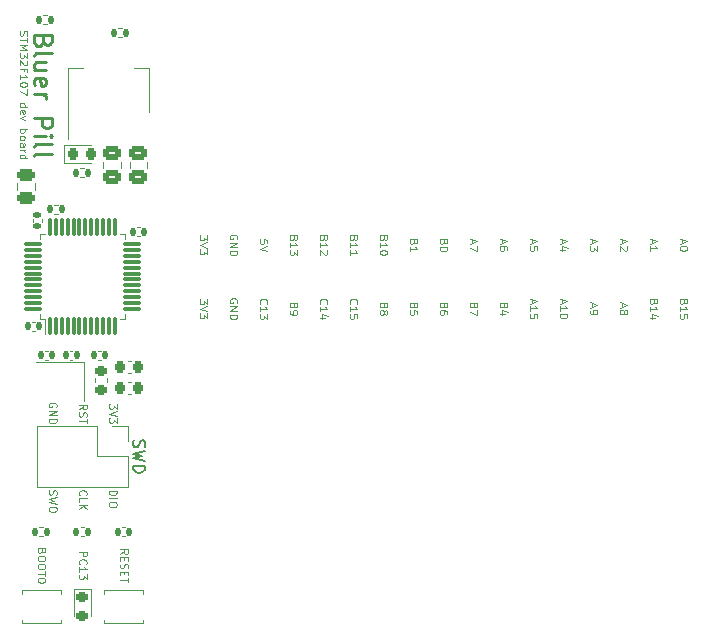
<source format=gto>
%TF.GenerationSoftware,KiCad,Pcbnew,(6.0.9-0)*%
%TF.CreationDate,2022-12-21T10:02:25+01:00*%
%TF.ProjectId,BluerPill,426c7565-7250-4696-9c6c-2e6b69636164,rev?*%
%TF.SameCoordinates,Original*%
%TF.FileFunction,Legend,Top*%
%TF.FilePolarity,Positive*%
%FSLAX46Y46*%
G04 Gerber Fmt 4.6, Leading zero omitted, Abs format (unit mm)*
G04 Created by KiCad (PCBNEW (6.0.9-0)) date 2022-12-21 10:02:25*
%MOMM*%
%LPD*%
G01*
G04 APERTURE LIST*
G04 Aperture macros list*
%AMRoundRect*
0 Rectangle with rounded corners*
0 $1 Rounding radius*
0 $2 $3 $4 $5 $6 $7 $8 $9 X,Y pos of 4 corners*
0 Add a 4 corners polygon primitive as box body*
4,1,4,$2,$3,$4,$5,$6,$7,$8,$9,$2,$3,0*
0 Add four circle primitives for the rounded corners*
1,1,$1+$1,$2,$3*
1,1,$1+$1,$4,$5*
1,1,$1+$1,$6,$7*
1,1,$1+$1,$8,$9*
0 Add four rect primitives between the rounded corners*
20,1,$1+$1,$2,$3,$4,$5,0*
20,1,$1+$1,$4,$5,$6,$7,0*
20,1,$1+$1,$6,$7,$8,$9,0*
20,1,$1+$1,$8,$9,$2,$3,0*%
G04 Aperture macros list end*
%ADD10C,0.100000*%
%ADD11C,0.150000*%
%ADD12C,0.225000*%
%ADD13C,0.120000*%
%ADD14RoundRect,0.225000X-0.225000X-0.250000X0.225000X-0.250000X0.225000X0.250000X-0.225000X0.250000X0*%
%ADD15R,0.900000X1.700000*%
%ADD16RoundRect,0.135000X-0.135000X-0.185000X0.135000X-0.185000X0.135000X0.185000X-0.135000X0.185000X0*%
%ADD17C,0.650000*%
%ADD18R,0.600000X1.450000*%
%ADD19R,0.300000X1.450000*%
%ADD20O,1.000000X1.600000*%
%ADD21O,1.000000X2.100000*%
%ADD22RoundRect,0.218750X-0.218750X-0.256250X0.218750X-0.256250X0.218750X0.256250X-0.218750X0.256250X0*%
%ADD23RoundRect,0.140000X-0.140000X-0.170000X0.140000X-0.170000X0.140000X0.170000X-0.140000X0.170000X0*%
%ADD24RoundRect,0.135000X0.135000X0.185000X-0.135000X0.185000X-0.135000X-0.185000X0.135000X-0.185000X0*%
%ADD25RoundRect,0.218750X-0.256250X0.218750X-0.256250X-0.218750X0.256250X-0.218750X0.256250X0.218750X0*%
%ADD26RoundRect,0.140000X0.140000X0.170000X-0.140000X0.170000X-0.140000X-0.170000X0.140000X-0.170000X0*%
%ADD27RoundRect,0.140000X-0.170000X0.140000X-0.170000X-0.140000X0.170000X-0.140000X0.170000X0.140000X0*%
%ADD28R,1.500000X2.000000*%
%ADD29R,3.800000X2.000000*%
%ADD30RoundRect,0.250000X0.475000X-0.250000X0.475000X0.250000X-0.475000X0.250000X-0.475000X-0.250000X0*%
%ADD31R,1.400000X1.200000*%
%ADD32R,1.700000X1.700000*%
%ADD33O,1.700000X1.700000*%
%ADD34RoundRect,0.075000X0.075000X-0.662500X0.075000X0.662500X-0.075000X0.662500X-0.075000X-0.662500X0*%
%ADD35RoundRect,0.075000X0.662500X-0.075000X0.662500X0.075000X-0.662500X0.075000X-0.662500X-0.075000X0*%
%ADD36RoundRect,0.250000X-0.475000X0.337500X-0.475000X-0.337500X0.475000X-0.337500X0.475000X0.337500X0*%
G04 APERTURE END LIST*
D10*
X103612142Y-129457857D02*
X103580714Y-129552142D01*
X103549285Y-129583571D01*
X103486428Y-129615000D01*
X103392142Y-129615000D01*
X103329285Y-129583571D01*
X103297857Y-129552142D01*
X103266428Y-129489285D01*
X103266428Y-129237857D01*
X103926428Y-129237857D01*
X103926428Y-129457857D01*
X103895000Y-129520714D01*
X103863571Y-129552142D01*
X103800714Y-129583571D01*
X103737857Y-129583571D01*
X103675000Y-129552142D01*
X103643571Y-129520714D01*
X103612142Y-129457857D01*
X103612142Y-129237857D01*
X103266428Y-129929285D02*
X103266428Y-130055000D01*
X103297857Y-130117857D01*
X103329285Y-130149285D01*
X103423571Y-130212142D01*
X103549285Y-130243571D01*
X103800714Y-130243571D01*
X103863571Y-130212142D01*
X103895000Y-130180714D01*
X103926428Y-130117857D01*
X103926428Y-129992142D01*
X103895000Y-129929285D01*
X103863571Y-129897857D01*
X103800714Y-129866428D01*
X103643571Y-129866428D01*
X103580714Y-129897857D01*
X103549285Y-129929285D01*
X103517857Y-129992142D01*
X103517857Y-130117857D01*
X103549285Y-130180714D01*
X103580714Y-130212142D01*
X103643571Y-130243571D01*
X106152142Y-123746071D02*
X106120714Y-123840357D01*
X106089285Y-123871785D01*
X106026428Y-123903214D01*
X105932142Y-123903214D01*
X105869285Y-123871785D01*
X105837857Y-123840357D01*
X105806428Y-123777500D01*
X105806428Y-123526071D01*
X106466428Y-123526071D01*
X106466428Y-123746071D01*
X106435000Y-123808928D01*
X106403571Y-123840357D01*
X106340714Y-123871785D01*
X106277857Y-123871785D01*
X106215000Y-123840357D01*
X106183571Y-123808928D01*
X106152142Y-123746071D01*
X106152142Y-123526071D01*
X105806428Y-124531785D02*
X105806428Y-124154642D01*
X105806428Y-124343214D02*
X106466428Y-124343214D01*
X106372142Y-124280357D01*
X106309285Y-124217500D01*
X106277857Y-124154642D01*
X106403571Y-124783214D02*
X106435000Y-124814642D01*
X106466428Y-124877500D01*
X106466428Y-125034642D01*
X106435000Y-125097500D01*
X106403571Y-125128928D01*
X106340714Y-125160357D01*
X106277857Y-125160357D01*
X106183571Y-125128928D01*
X105806428Y-124751785D01*
X105806428Y-125160357D01*
X118852142Y-129457857D02*
X118820714Y-129552142D01*
X118789285Y-129583571D01*
X118726428Y-129615000D01*
X118632142Y-129615000D01*
X118569285Y-129583571D01*
X118537857Y-129552142D01*
X118506428Y-129489285D01*
X118506428Y-129237857D01*
X119166428Y-129237857D01*
X119166428Y-129457857D01*
X119135000Y-129520714D01*
X119103571Y-129552142D01*
X119040714Y-129583571D01*
X118977857Y-129583571D01*
X118915000Y-129552142D01*
X118883571Y-129520714D01*
X118852142Y-129457857D01*
X118852142Y-129237857D01*
X119166428Y-129835000D02*
X119166428Y-130275000D01*
X118506428Y-129992142D01*
X134092142Y-129143571D02*
X134060714Y-129237857D01*
X134029285Y-129269285D01*
X133966428Y-129300714D01*
X133872142Y-129300714D01*
X133809285Y-129269285D01*
X133777857Y-129237857D01*
X133746428Y-129175000D01*
X133746428Y-128923571D01*
X134406428Y-128923571D01*
X134406428Y-129143571D01*
X134375000Y-129206428D01*
X134343571Y-129237857D01*
X134280714Y-129269285D01*
X134217857Y-129269285D01*
X134155000Y-129237857D01*
X134123571Y-129206428D01*
X134092142Y-129143571D01*
X134092142Y-128923571D01*
X133746428Y-129929285D02*
X133746428Y-129552142D01*
X133746428Y-129740714D02*
X134406428Y-129740714D01*
X134312142Y-129677857D01*
X134249285Y-129615000D01*
X134217857Y-129552142D01*
X134186428Y-130495000D02*
X133746428Y-130495000D01*
X134437857Y-130337857D02*
X133966428Y-130180714D01*
X133966428Y-130589285D01*
X118695000Y-123856071D02*
X118695000Y-124170357D01*
X118506428Y-123793214D02*
X119166428Y-124013214D01*
X118506428Y-124233214D01*
X119166428Y-124390357D02*
X119166428Y-124830357D01*
X118506428Y-124547500D01*
X87966428Y-145124285D02*
X88626428Y-145124285D01*
X88626428Y-145281428D01*
X88595000Y-145375714D01*
X88532142Y-145438571D01*
X88469285Y-145470000D01*
X88343571Y-145501428D01*
X88249285Y-145501428D01*
X88123571Y-145470000D01*
X88060714Y-145438571D01*
X87997857Y-145375714D01*
X87966428Y-145281428D01*
X87966428Y-145124285D01*
X87966428Y-145784285D02*
X88626428Y-145784285D01*
X88626428Y-146224285D02*
X88626428Y-146350000D01*
X88595000Y-146412857D01*
X88532142Y-146475714D01*
X88406428Y-146507142D01*
X88186428Y-146507142D01*
X88060714Y-146475714D01*
X87997857Y-146412857D01*
X87966428Y-146350000D01*
X87966428Y-146224285D01*
X87997857Y-146161428D01*
X88060714Y-146098571D01*
X88186428Y-146067142D01*
X88406428Y-146067142D01*
X88532142Y-146098571D01*
X88595000Y-146161428D01*
X88626428Y-146224285D01*
X98815000Y-129222142D02*
X98846428Y-129159285D01*
X98846428Y-129065000D01*
X98815000Y-128970714D01*
X98752142Y-128907857D01*
X98689285Y-128876428D01*
X98563571Y-128845000D01*
X98469285Y-128845000D01*
X98343571Y-128876428D01*
X98280714Y-128907857D01*
X98217857Y-128970714D01*
X98186428Y-129065000D01*
X98186428Y-129127857D01*
X98217857Y-129222142D01*
X98249285Y-129253571D01*
X98469285Y-129253571D01*
X98469285Y-129127857D01*
X98186428Y-129536428D02*
X98846428Y-129536428D01*
X98186428Y-129913571D01*
X98846428Y-129913571D01*
X98186428Y-130227857D02*
X98846428Y-130227857D01*
X98846428Y-130385000D01*
X98815000Y-130479285D01*
X98752142Y-130542142D01*
X98689285Y-130573571D01*
X98563571Y-130605000D01*
X98469285Y-130605000D01*
X98343571Y-130573571D01*
X98280714Y-130542142D01*
X98217857Y-130479285D01*
X98186428Y-130385000D01*
X98186428Y-130227857D01*
X85426428Y-138238571D02*
X85740714Y-138018571D01*
X85426428Y-137861428D02*
X86086428Y-137861428D01*
X86086428Y-138112857D01*
X86055000Y-138175714D01*
X86023571Y-138207142D01*
X85960714Y-138238571D01*
X85866428Y-138238571D01*
X85803571Y-138207142D01*
X85772142Y-138175714D01*
X85740714Y-138112857D01*
X85740714Y-137861428D01*
X85457857Y-138490000D02*
X85426428Y-138584285D01*
X85426428Y-138741428D01*
X85457857Y-138804285D01*
X85489285Y-138835714D01*
X85552142Y-138867142D01*
X85615000Y-138867142D01*
X85677857Y-138835714D01*
X85709285Y-138804285D01*
X85740714Y-138741428D01*
X85772142Y-138615714D01*
X85803571Y-138552857D01*
X85835000Y-138521428D01*
X85897857Y-138490000D01*
X85960714Y-138490000D01*
X86023571Y-138521428D01*
X86055000Y-138552857D01*
X86086428Y-138615714D01*
X86086428Y-138772857D01*
X86055000Y-138867142D01*
X86086428Y-139055714D02*
X86086428Y-139432857D01*
X85426428Y-139244285D02*
X86086428Y-139244285D01*
X96306428Y-128907857D02*
X96306428Y-129316428D01*
X96055000Y-129096428D01*
X96055000Y-129190714D01*
X96023571Y-129253571D01*
X95992142Y-129285000D01*
X95929285Y-129316428D01*
X95772142Y-129316428D01*
X95709285Y-129285000D01*
X95677857Y-129253571D01*
X95646428Y-129190714D01*
X95646428Y-129002142D01*
X95677857Y-128939285D01*
X95709285Y-128907857D01*
X96306428Y-129505000D02*
X95646428Y-129725000D01*
X96306428Y-129945000D01*
X96306428Y-130102142D02*
X96306428Y-130510714D01*
X96055000Y-130290714D01*
X96055000Y-130385000D01*
X96023571Y-130447857D01*
X95992142Y-130479285D01*
X95929285Y-130510714D01*
X95772142Y-130510714D01*
X95709285Y-130479285D01*
X95677857Y-130447857D01*
X95646428Y-130385000D01*
X95646428Y-130196428D01*
X95677857Y-130133571D01*
X95709285Y-130102142D01*
X113772142Y-124060357D02*
X113740714Y-124154642D01*
X113709285Y-124186071D01*
X113646428Y-124217500D01*
X113552142Y-124217500D01*
X113489285Y-124186071D01*
X113457857Y-124154642D01*
X113426428Y-124091785D01*
X113426428Y-123840357D01*
X114086428Y-123840357D01*
X114086428Y-124060357D01*
X114055000Y-124123214D01*
X114023571Y-124154642D01*
X113960714Y-124186071D01*
X113897857Y-124186071D01*
X113835000Y-124154642D01*
X113803571Y-124123214D01*
X113772142Y-124060357D01*
X113772142Y-123840357D01*
X113426428Y-124846071D02*
X113426428Y-124468928D01*
X113426428Y-124657500D02*
X114086428Y-124657500D01*
X113992142Y-124594642D01*
X113929285Y-124531785D01*
X113897857Y-124468928D01*
X131395000Y-123856071D02*
X131395000Y-124170357D01*
X131206428Y-123793214D02*
X131866428Y-124013214D01*
X131206428Y-124233214D01*
X131803571Y-124421785D02*
X131835000Y-124453214D01*
X131866428Y-124516071D01*
X131866428Y-124673214D01*
X131835000Y-124736071D01*
X131803571Y-124767500D01*
X131740714Y-124798928D01*
X131677857Y-124798928D01*
X131583571Y-124767500D01*
X131206428Y-124390357D01*
X131206428Y-124798928D01*
X116312142Y-129457857D02*
X116280714Y-129552142D01*
X116249285Y-129583571D01*
X116186428Y-129615000D01*
X116092142Y-129615000D01*
X116029285Y-129583571D01*
X115997857Y-129552142D01*
X115966428Y-129489285D01*
X115966428Y-129237857D01*
X116626428Y-129237857D01*
X116626428Y-129457857D01*
X116595000Y-129520714D01*
X116563571Y-129552142D01*
X116500714Y-129583571D01*
X116437857Y-129583571D01*
X116375000Y-129552142D01*
X116343571Y-129520714D01*
X116312142Y-129457857D01*
X116312142Y-129237857D01*
X116626428Y-130180714D02*
X116626428Y-130055000D01*
X116595000Y-129992142D01*
X116563571Y-129960714D01*
X116469285Y-129897857D01*
X116343571Y-129866428D01*
X116092142Y-129866428D01*
X116029285Y-129897857D01*
X115997857Y-129929285D01*
X115966428Y-129992142D01*
X115966428Y-130117857D01*
X115997857Y-130180714D01*
X116029285Y-130212142D01*
X116092142Y-130243571D01*
X116249285Y-130243571D01*
X116312142Y-130212142D01*
X116343571Y-130180714D01*
X116375000Y-130117857D01*
X116375000Y-129992142D01*
X116343571Y-129929285D01*
X116312142Y-129897857D01*
X116249285Y-129866428D01*
D11*
X90082738Y-140882857D02*
X90035119Y-141025714D01*
X90035119Y-141263809D01*
X90082738Y-141359047D01*
X90130357Y-141406666D01*
X90225595Y-141454285D01*
X90320833Y-141454285D01*
X90416071Y-141406666D01*
X90463690Y-141359047D01*
X90511309Y-141263809D01*
X90558928Y-141073333D01*
X90606547Y-140978095D01*
X90654166Y-140930476D01*
X90749404Y-140882857D01*
X90844642Y-140882857D01*
X90939880Y-140930476D01*
X90987500Y-140978095D01*
X91035119Y-141073333D01*
X91035119Y-141311428D01*
X90987500Y-141454285D01*
X91035119Y-141787619D02*
X90035119Y-142025714D01*
X90749404Y-142216190D01*
X90035119Y-142406666D01*
X91035119Y-142644761D01*
X90035119Y-143025714D02*
X91035119Y-143025714D01*
X91035119Y-143263809D01*
X90987500Y-143406666D01*
X90892261Y-143501904D01*
X90797023Y-143549523D01*
X90606547Y-143597142D01*
X90463690Y-143597142D01*
X90273214Y-143549523D01*
X90177976Y-143501904D01*
X90082738Y-143406666D01*
X90035119Y-143263809D01*
X90035119Y-143025714D01*
D10*
X126315000Y-123856071D02*
X126315000Y-124170357D01*
X126126428Y-123793214D02*
X126786428Y-124013214D01*
X126126428Y-124233214D01*
X126566428Y-124736071D02*
X126126428Y-124736071D01*
X126817857Y-124578928D02*
X126346428Y-124421785D01*
X126346428Y-124830357D01*
X82279642Y-150237500D02*
X82248214Y-150331785D01*
X82216785Y-150363214D01*
X82153928Y-150394642D01*
X82059642Y-150394642D01*
X81996785Y-150363214D01*
X81965357Y-150331785D01*
X81933928Y-150268928D01*
X81933928Y-150017500D01*
X82593928Y-150017500D01*
X82593928Y-150237500D01*
X82562500Y-150300357D01*
X82531071Y-150331785D01*
X82468214Y-150363214D01*
X82405357Y-150363214D01*
X82342500Y-150331785D01*
X82311071Y-150300357D01*
X82279642Y-150237500D01*
X82279642Y-150017500D01*
X82593928Y-150803214D02*
X82593928Y-150928928D01*
X82562500Y-150991785D01*
X82499642Y-151054642D01*
X82373928Y-151086071D01*
X82153928Y-151086071D01*
X82028214Y-151054642D01*
X81965357Y-150991785D01*
X81933928Y-150928928D01*
X81933928Y-150803214D01*
X81965357Y-150740357D01*
X82028214Y-150677500D01*
X82153928Y-150646071D01*
X82373928Y-150646071D01*
X82499642Y-150677500D01*
X82562500Y-150740357D01*
X82593928Y-150803214D01*
X82593928Y-151494642D02*
X82593928Y-151620357D01*
X82562500Y-151683214D01*
X82499642Y-151746071D01*
X82373928Y-151777500D01*
X82153928Y-151777500D01*
X82028214Y-151746071D01*
X81965357Y-151683214D01*
X81933928Y-151620357D01*
X81933928Y-151494642D01*
X81965357Y-151431785D01*
X82028214Y-151368928D01*
X82153928Y-151337500D01*
X82373928Y-151337500D01*
X82499642Y-151368928D01*
X82562500Y-151431785D01*
X82593928Y-151494642D01*
X82593928Y-151966071D02*
X82593928Y-152343214D01*
X81933928Y-152154642D02*
X82593928Y-152154642D01*
X82593928Y-152688928D02*
X82593928Y-152751785D01*
X82562500Y-152814642D01*
X82531071Y-152846071D01*
X82468214Y-152877500D01*
X82342500Y-152908928D01*
X82185357Y-152908928D01*
X82059642Y-152877500D01*
X81996785Y-152846071D01*
X81965357Y-152814642D01*
X81933928Y-152751785D01*
X81933928Y-152688928D01*
X81965357Y-152626071D01*
X81996785Y-152594642D01*
X82059642Y-152563214D01*
X82185357Y-152531785D01*
X82342500Y-152531785D01*
X82468214Y-152563214D01*
X82531071Y-152594642D01*
X82562500Y-152626071D01*
X82593928Y-152688928D01*
X121235000Y-123856071D02*
X121235000Y-124170357D01*
X121046428Y-123793214D02*
X121706428Y-124013214D01*
X121046428Y-124233214D01*
X121706428Y-124736071D02*
X121706428Y-124610357D01*
X121675000Y-124547500D01*
X121643571Y-124516071D01*
X121549285Y-124453214D01*
X121423571Y-124421785D01*
X121172142Y-124421785D01*
X121109285Y-124453214D01*
X121077857Y-124484642D01*
X121046428Y-124547500D01*
X121046428Y-124673214D01*
X121077857Y-124736071D01*
X121109285Y-124767500D01*
X121172142Y-124798928D01*
X121329285Y-124798928D01*
X121392142Y-124767500D01*
X121423571Y-124736071D01*
X121455000Y-124673214D01*
X121455000Y-124547500D01*
X121423571Y-124484642D01*
X121392142Y-124453214D01*
X121329285Y-124421785D01*
X116312142Y-124060357D02*
X116280714Y-124154642D01*
X116249285Y-124186071D01*
X116186428Y-124217500D01*
X116092142Y-124217500D01*
X116029285Y-124186071D01*
X115997857Y-124154642D01*
X115966428Y-124091785D01*
X115966428Y-123840357D01*
X116626428Y-123840357D01*
X116626428Y-124060357D01*
X116595000Y-124123214D01*
X116563571Y-124154642D01*
X116500714Y-124186071D01*
X116437857Y-124186071D01*
X116375000Y-124154642D01*
X116343571Y-124123214D01*
X116312142Y-124060357D01*
X116312142Y-123840357D01*
X116626428Y-124626071D02*
X116626428Y-124688928D01*
X116595000Y-124751785D01*
X116563571Y-124783214D01*
X116500714Y-124814642D01*
X116375000Y-124846071D01*
X116217857Y-124846071D01*
X116092142Y-124814642D01*
X116029285Y-124783214D01*
X115997857Y-124751785D01*
X115966428Y-124688928D01*
X115966428Y-124626071D01*
X115997857Y-124563214D01*
X116029285Y-124531785D01*
X116092142Y-124500357D01*
X116217857Y-124468928D01*
X116375000Y-124468928D01*
X116500714Y-124500357D01*
X116563571Y-124531785D01*
X116595000Y-124563214D01*
X116626428Y-124626071D01*
X136632142Y-129143571D02*
X136600714Y-129237857D01*
X136569285Y-129269285D01*
X136506428Y-129300714D01*
X136412142Y-129300714D01*
X136349285Y-129269285D01*
X136317857Y-129237857D01*
X136286428Y-129175000D01*
X136286428Y-128923571D01*
X136946428Y-128923571D01*
X136946428Y-129143571D01*
X136915000Y-129206428D01*
X136883571Y-129237857D01*
X136820714Y-129269285D01*
X136757857Y-129269285D01*
X136695000Y-129237857D01*
X136663571Y-129206428D01*
X136632142Y-129143571D01*
X136632142Y-128923571D01*
X136286428Y-129929285D02*
X136286428Y-129552142D01*
X136286428Y-129740714D02*
X136946428Y-129740714D01*
X136852142Y-129677857D01*
X136789285Y-129615000D01*
X136757857Y-129552142D01*
X136946428Y-130526428D02*
X136946428Y-130212142D01*
X136632142Y-130180714D01*
X136663571Y-130212142D01*
X136695000Y-130275000D01*
X136695000Y-130432142D01*
X136663571Y-130495000D01*
X136632142Y-130526428D01*
X136569285Y-130557857D01*
X136412142Y-130557857D01*
X136349285Y-130526428D01*
X136317857Y-130495000D01*
X136286428Y-130432142D01*
X136286428Y-130275000D01*
X136317857Y-130212142D01*
X136349285Y-130180714D01*
X82917857Y-145088571D02*
X82886428Y-145182857D01*
X82886428Y-145340000D01*
X82917857Y-145402857D01*
X82949285Y-145434285D01*
X83012142Y-145465714D01*
X83075000Y-145465714D01*
X83137857Y-145434285D01*
X83169285Y-145402857D01*
X83200714Y-145340000D01*
X83232142Y-145214285D01*
X83263571Y-145151428D01*
X83295000Y-145120000D01*
X83357857Y-145088571D01*
X83420714Y-145088571D01*
X83483571Y-145120000D01*
X83515000Y-145151428D01*
X83546428Y-145214285D01*
X83546428Y-145371428D01*
X83515000Y-145465714D01*
X83546428Y-145685714D02*
X82886428Y-145842857D01*
X83357857Y-145968571D01*
X82886428Y-146094285D01*
X83546428Y-146251428D01*
X83546428Y-146628571D02*
X83546428Y-146754285D01*
X83515000Y-146817142D01*
X83452142Y-146880000D01*
X83326428Y-146911428D01*
X83106428Y-146911428D01*
X82980714Y-146880000D01*
X82917857Y-146817142D01*
X82886428Y-146754285D01*
X82886428Y-146628571D01*
X82917857Y-146565714D01*
X82980714Y-146502857D01*
X83106428Y-146471428D01*
X83326428Y-146471428D01*
X83452142Y-146502857D01*
X83515000Y-146565714D01*
X83546428Y-146628571D01*
X126315000Y-128939285D02*
X126315000Y-129253571D01*
X126126428Y-128876428D02*
X126786428Y-129096428D01*
X126126428Y-129316428D01*
X126126428Y-129882142D02*
X126126428Y-129505000D01*
X126126428Y-129693571D02*
X126786428Y-129693571D01*
X126692142Y-129630714D01*
X126629285Y-129567857D01*
X126597857Y-129505000D01*
X126786428Y-130290714D02*
X126786428Y-130353571D01*
X126755000Y-130416428D01*
X126723571Y-130447857D01*
X126660714Y-130479285D01*
X126535000Y-130510714D01*
X126377857Y-130510714D01*
X126252142Y-130479285D01*
X126189285Y-130447857D01*
X126157857Y-130416428D01*
X126126428Y-130353571D01*
X126126428Y-130290714D01*
X126157857Y-130227857D01*
X126189285Y-130196428D01*
X126252142Y-130165000D01*
X126377857Y-130133571D01*
X126535000Y-130133571D01*
X126660714Y-130165000D01*
X126723571Y-130196428D01*
X126755000Y-130227857D01*
X126786428Y-130290714D01*
X113772142Y-129457857D02*
X113740714Y-129552142D01*
X113709285Y-129583571D01*
X113646428Y-129615000D01*
X113552142Y-129615000D01*
X113489285Y-129583571D01*
X113457857Y-129552142D01*
X113426428Y-129489285D01*
X113426428Y-129237857D01*
X114086428Y-129237857D01*
X114086428Y-129457857D01*
X114055000Y-129520714D01*
X114023571Y-129552142D01*
X113960714Y-129583571D01*
X113897857Y-129583571D01*
X113835000Y-129552142D01*
X113803571Y-129520714D01*
X113772142Y-129457857D01*
X113772142Y-129237857D01*
X114086428Y-130212142D02*
X114086428Y-129897857D01*
X113772142Y-129866428D01*
X113803571Y-129897857D01*
X113835000Y-129960714D01*
X113835000Y-130117857D01*
X113803571Y-130180714D01*
X113772142Y-130212142D01*
X113709285Y-130243571D01*
X113552142Y-130243571D01*
X113489285Y-130212142D01*
X113457857Y-130180714D01*
X113426428Y-130117857D01*
X113426428Y-129960714D01*
X113457857Y-129897857D01*
X113489285Y-129866428D01*
X101386428Y-124201785D02*
X101386428Y-123887500D01*
X101072142Y-123856071D01*
X101103571Y-123887500D01*
X101135000Y-123950357D01*
X101135000Y-124107500D01*
X101103571Y-124170357D01*
X101072142Y-124201785D01*
X101009285Y-124233214D01*
X100852142Y-124233214D01*
X100789285Y-124201785D01*
X100757857Y-124170357D01*
X100726428Y-124107500D01*
X100726428Y-123950357D01*
X100757857Y-123887500D01*
X100789285Y-123856071D01*
X101386428Y-124421785D02*
X100726428Y-124641785D01*
X101386428Y-124861785D01*
X98815000Y-123824642D02*
X98846428Y-123761785D01*
X98846428Y-123667500D01*
X98815000Y-123573214D01*
X98752142Y-123510357D01*
X98689285Y-123478928D01*
X98563571Y-123447500D01*
X98469285Y-123447500D01*
X98343571Y-123478928D01*
X98280714Y-123510357D01*
X98217857Y-123573214D01*
X98186428Y-123667500D01*
X98186428Y-123730357D01*
X98217857Y-123824642D01*
X98249285Y-123856071D01*
X98469285Y-123856071D01*
X98469285Y-123730357D01*
X98186428Y-124138928D02*
X98846428Y-124138928D01*
X98186428Y-124516071D01*
X98846428Y-124516071D01*
X98186428Y-124830357D02*
X98846428Y-124830357D01*
X98846428Y-124987500D01*
X98815000Y-125081785D01*
X98752142Y-125144642D01*
X98689285Y-125176071D01*
X98563571Y-125207500D01*
X98469285Y-125207500D01*
X98343571Y-125176071D01*
X98280714Y-125144642D01*
X98217857Y-125081785D01*
X98186428Y-124987500D01*
X98186428Y-124830357D01*
X88918928Y-150488928D02*
X89233214Y-150268928D01*
X88918928Y-150111785D02*
X89578928Y-150111785D01*
X89578928Y-150363214D01*
X89547500Y-150426071D01*
X89516071Y-150457500D01*
X89453214Y-150488928D01*
X89358928Y-150488928D01*
X89296071Y-150457500D01*
X89264642Y-150426071D01*
X89233214Y-150363214D01*
X89233214Y-150111785D01*
X89264642Y-150771785D02*
X89264642Y-150991785D01*
X88918928Y-151086071D02*
X88918928Y-150771785D01*
X89578928Y-150771785D01*
X89578928Y-151086071D01*
X88950357Y-151337500D02*
X88918928Y-151431785D01*
X88918928Y-151588928D01*
X88950357Y-151651785D01*
X88981785Y-151683214D01*
X89044642Y-151714642D01*
X89107500Y-151714642D01*
X89170357Y-151683214D01*
X89201785Y-151651785D01*
X89233214Y-151588928D01*
X89264642Y-151463214D01*
X89296071Y-151400357D01*
X89327500Y-151368928D01*
X89390357Y-151337500D01*
X89453214Y-151337500D01*
X89516071Y-151368928D01*
X89547500Y-151400357D01*
X89578928Y-151463214D01*
X89578928Y-151620357D01*
X89547500Y-151714642D01*
X89264642Y-151997500D02*
X89264642Y-152217500D01*
X88918928Y-152311785D02*
X88918928Y-151997500D01*
X89578928Y-151997500D01*
X89578928Y-152311785D01*
X89578928Y-152500357D02*
X89578928Y-152877500D01*
X88918928Y-152688928D02*
X89578928Y-152688928D01*
X111232142Y-129457857D02*
X111200714Y-129552142D01*
X111169285Y-129583571D01*
X111106428Y-129615000D01*
X111012142Y-129615000D01*
X110949285Y-129583571D01*
X110917857Y-129552142D01*
X110886428Y-129489285D01*
X110886428Y-129237857D01*
X111546428Y-129237857D01*
X111546428Y-129457857D01*
X111515000Y-129520714D01*
X111483571Y-129552142D01*
X111420714Y-129583571D01*
X111357857Y-129583571D01*
X111295000Y-129552142D01*
X111263571Y-129520714D01*
X111232142Y-129457857D01*
X111232142Y-129237857D01*
X111263571Y-129992142D02*
X111295000Y-129929285D01*
X111326428Y-129897857D01*
X111389285Y-129866428D01*
X111420714Y-129866428D01*
X111483571Y-129897857D01*
X111515000Y-129929285D01*
X111546428Y-129992142D01*
X111546428Y-130117857D01*
X111515000Y-130180714D01*
X111483571Y-130212142D01*
X111420714Y-130243571D01*
X111389285Y-130243571D01*
X111326428Y-130212142D01*
X111295000Y-130180714D01*
X111263571Y-130117857D01*
X111263571Y-129992142D01*
X111232142Y-129929285D01*
X111200714Y-129897857D01*
X111137857Y-129866428D01*
X111012142Y-129866428D01*
X110949285Y-129897857D01*
X110917857Y-129929285D01*
X110886428Y-129992142D01*
X110886428Y-130117857D01*
X110917857Y-130180714D01*
X110949285Y-130212142D01*
X111012142Y-130243571D01*
X111137857Y-130243571D01*
X111200714Y-130212142D01*
X111232142Y-130180714D01*
X111263571Y-130117857D01*
D12*
X82399642Y-107091785D02*
X82328214Y-107306071D01*
X82256785Y-107377500D01*
X82113928Y-107448928D01*
X81899642Y-107448928D01*
X81756785Y-107377500D01*
X81685357Y-107306071D01*
X81613928Y-107163214D01*
X81613928Y-106591785D01*
X83113928Y-106591785D01*
X83113928Y-107091785D01*
X83042500Y-107234642D01*
X82971071Y-107306071D01*
X82828214Y-107377500D01*
X82685357Y-107377500D01*
X82542500Y-107306071D01*
X82471071Y-107234642D01*
X82399642Y-107091785D01*
X82399642Y-106591785D01*
X81613928Y-108306071D02*
X81685357Y-108163214D01*
X81828214Y-108091785D01*
X83113928Y-108091785D01*
X82613928Y-109520357D02*
X81613928Y-109520357D01*
X82613928Y-108877500D02*
X81828214Y-108877500D01*
X81685357Y-108948928D01*
X81613928Y-109091785D01*
X81613928Y-109306071D01*
X81685357Y-109448928D01*
X81756785Y-109520357D01*
X81685357Y-110806071D02*
X81613928Y-110663214D01*
X81613928Y-110377500D01*
X81685357Y-110234642D01*
X81828214Y-110163214D01*
X82399642Y-110163214D01*
X82542500Y-110234642D01*
X82613928Y-110377500D01*
X82613928Y-110663214D01*
X82542500Y-110806071D01*
X82399642Y-110877500D01*
X82256785Y-110877500D01*
X82113928Y-110163214D01*
X81613928Y-111520357D02*
X82613928Y-111520357D01*
X82328214Y-111520357D02*
X82471071Y-111591785D01*
X82542500Y-111663214D01*
X82613928Y-111806071D01*
X82613928Y-111948928D01*
X81613928Y-113591785D02*
X83113928Y-113591785D01*
X83113928Y-114163214D01*
X83042500Y-114306071D01*
X82971071Y-114377500D01*
X82828214Y-114448928D01*
X82613928Y-114448928D01*
X82471071Y-114377500D01*
X82399642Y-114306071D01*
X82328214Y-114163214D01*
X82328214Y-113591785D01*
X81613928Y-115091785D02*
X82613928Y-115091785D01*
X83113928Y-115091785D02*
X83042500Y-115020357D01*
X82971071Y-115091785D01*
X83042500Y-115163214D01*
X83113928Y-115091785D01*
X82971071Y-115091785D01*
X81613928Y-116020357D02*
X81685357Y-115877500D01*
X81828214Y-115806071D01*
X83113928Y-115806071D01*
X81613928Y-116806071D02*
X81685357Y-116663214D01*
X81828214Y-116591785D01*
X83113928Y-116591785D01*
D10*
X131395000Y-129253571D02*
X131395000Y-129567857D01*
X131206428Y-129190714D02*
X131866428Y-129410714D01*
X131206428Y-129630714D01*
X131583571Y-129945000D02*
X131615000Y-129882142D01*
X131646428Y-129850714D01*
X131709285Y-129819285D01*
X131740714Y-129819285D01*
X131803571Y-129850714D01*
X131835000Y-129882142D01*
X131866428Y-129945000D01*
X131866428Y-130070714D01*
X131835000Y-130133571D01*
X131803571Y-130165000D01*
X131740714Y-130196428D01*
X131709285Y-130196428D01*
X131646428Y-130165000D01*
X131615000Y-130133571D01*
X131583571Y-130070714D01*
X131583571Y-129945000D01*
X131552142Y-129882142D01*
X131520714Y-129850714D01*
X131457857Y-129819285D01*
X131332142Y-129819285D01*
X131269285Y-129850714D01*
X131237857Y-129882142D01*
X131206428Y-129945000D01*
X131206428Y-130070714D01*
X131237857Y-130133571D01*
X131269285Y-130165000D01*
X131332142Y-130196428D01*
X131457857Y-130196428D01*
X131520714Y-130165000D01*
X131552142Y-130133571D01*
X131583571Y-130070714D01*
X111232142Y-123746071D02*
X111200714Y-123840357D01*
X111169285Y-123871785D01*
X111106428Y-123903214D01*
X111012142Y-123903214D01*
X110949285Y-123871785D01*
X110917857Y-123840357D01*
X110886428Y-123777500D01*
X110886428Y-123526071D01*
X111546428Y-123526071D01*
X111546428Y-123746071D01*
X111515000Y-123808928D01*
X111483571Y-123840357D01*
X111420714Y-123871785D01*
X111357857Y-123871785D01*
X111295000Y-123840357D01*
X111263571Y-123808928D01*
X111232142Y-123746071D01*
X111232142Y-123526071D01*
X110886428Y-124531785D02*
X110886428Y-124154642D01*
X110886428Y-124343214D02*
X111546428Y-124343214D01*
X111452142Y-124280357D01*
X111389285Y-124217500D01*
X111357857Y-124154642D01*
X111546428Y-124940357D02*
X111546428Y-125003214D01*
X111515000Y-125066071D01*
X111483571Y-125097500D01*
X111420714Y-125128928D01*
X111295000Y-125160357D01*
X111137857Y-125160357D01*
X111012142Y-125128928D01*
X110949285Y-125097500D01*
X110917857Y-125066071D01*
X110886428Y-125003214D01*
X110886428Y-124940357D01*
X110917857Y-124877500D01*
X110949285Y-124846071D01*
X111012142Y-124814642D01*
X111137857Y-124783214D01*
X111295000Y-124783214D01*
X111420714Y-124814642D01*
X111483571Y-124846071D01*
X111515000Y-124877500D01*
X111546428Y-124940357D01*
X105869285Y-129300714D02*
X105837857Y-129269285D01*
X105806428Y-129175000D01*
X105806428Y-129112142D01*
X105837857Y-129017857D01*
X105900714Y-128955000D01*
X105963571Y-128923571D01*
X106089285Y-128892142D01*
X106183571Y-128892142D01*
X106309285Y-128923571D01*
X106372142Y-128955000D01*
X106435000Y-129017857D01*
X106466428Y-129112142D01*
X106466428Y-129175000D01*
X106435000Y-129269285D01*
X106403571Y-129300714D01*
X105806428Y-129929285D02*
X105806428Y-129552142D01*
X105806428Y-129740714D02*
X106466428Y-129740714D01*
X106372142Y-129677857D01*
X106309285Y-129615000D01*
X106277857Y-129552142D01*
X106246428Y-130495000D02*
X105806428Y-130495000D01*
X106497857Y-130337857D02*
X106026428Y-130180714D01*
X106026428Y-130589285D01*
X128855000Y-129253571D02*
X128855000Y-129567857D01*
X128666428Y-129190714D02*
X129326428Y-129410714D01*
X128666428Y-129630714D01*
X128666428Y-129882142D02*
X128666428Y-130007857D01*
X128697857Y-130070714D01*
X128729285Y-130102142D01*
X128823571Y-130165000D01*
X128949285Y-130196428D01*
X129200714Y-130196428D01*
X129263571Y-130165000D01*
X129295000Y-130133571D01*
X129326428Y-130070714D01*
X129326428Y-129945000D01*
X129295000Y-129882142D01*
X129263571Y-129850714D01*
X129200714Y-129819285D01*
X129043571Y-129819285D01*
X128980714Y-129850714D01*
X128949285Y-129882142D01*
X128917857Y-129945000D01*
X128917857Y-130070714D01*
X128949285Y-130133571D01*
X128980714Y-130165000D01*
X129043571Y-130196428D01*
X100789285Y-129300714D02*
X100757857Y-129269285D01*
X100726428Y-129175000D01*
X100726428Y-129112142D01*
X100757857Y-129017857D01*
X100820714Y-128955000D01*
X100883571Y-128923571D01*
X101009285Y-128892142D01*
X101103571Y-128892142D01*
X101229285Y-128923571D01*
X101292142Y-128955000D01*
X101355000Y-129017857D01*
X101386428Y-129112142D01*
X101386428Y-129175000D01*
X101355000Y-129269285D01*
X101323571Y-129300714D01*
X100726428Y-129929285D02*
X100726428Y-129552142D01*
X100726428Y-129740714D02*
X101386428Y-129740714D01*
X101292142Y-129677857D01*
X101229285Y-129615000D01*
X101197857Y-129552142D01*
X101386428Y-130149285D02*
X101386428Y-130557857D01*
X101135000Y-130337857D01*
X101135000Y-130432142D01*
X101103571Y-130495000D01*
X101072142Y-130526428D01*
X101009285Y-130557857D01*
X100852142Y-130557857D01*
X100789285Y-130526428D01*
X100757857Y-130495000D01*
X100726428Y-130432142D01*
X100726428Y-130243571D01*
X100757857Y-130180714D01*
X100789285Y-130149285D01*
X88626428Y-137782857D02*
X88626428Y-138191428D01*
X88375000Y-137971428D01*
X88375000Y-138065714D01*
X88343571Y-138128571D01*
X88312142Y-138160000D01*
X88249285Y-138191428D01*
X88092142Y-138191428D01*
X88029285Y-138160000D01*
X87997857Y-138128571D01*
X87966428Y-138065714D01*
X87966428Y-137877142D01*
X87997857Y-137814285D01*
X88029285Y-137782857D01*
X88626428Y-138380000D02*
X87966428Y-138600000D01*
X88626428Y-138820000D01*
X88626428Y-138977142D02*
X88626428Y-139385714D01*
X88375000Y-139165714D01*
X88375000Y-139260000D01*
X88343571Y-139322857D01*
X88312142Y-139354285D01*
X88249285Y-139385714D01*
X88092142Y-139385714D01*
X88029285Y-139354285D01*
X87997857Y-139322857D01*
X87966428Y-139260000D01*
X87966428Y-139071428D01*
X87997857Y-139008571D01*
X88029285Y-138977142D01*
X85426428Y-150316071D02*
X86086428Y-150316071D01*
X86086428Y-150567500D01*
X86055000Y-150630357D01*
X86023571Y-150661785D01*
X85960714Y-150693214D01*
X85866428Y-150693214D01*
X85803571Y-150661785D01*
X85772142Y-150630357D01*
X85740714Y-150567500D01*
X85740714Y-150316071D01*
X85489285Y-151353214D02*
X85457857Y-151321785D01*
X85426428Y-151227500D01*
X85426428Y-151164642D01*
X85457857Y-151070357D01*
X85520714Y-151007500D01*
X85583571Y-150976071D01*
X85709285Y-150944642D01*
X85803571Y-150944642D01*
X85929285Y-150976071D01*
X85992142Y-151007500D01*
X86055000Y-151070357D01*
X86086428Y-151164642D01*
X86086428Y-151227500D01*
X86055000Y-151321785D01*
X86023571Y-151353214D01*
X85426428Y-151981785D02*
X85426428Y-151604642D01*
X85426428Y-151793214D02*
X86086428Y-151793214D01*
X85992142Y-151730357D01*
X85929285Y-151667500D01*
X85897857Y-151604642D01*
X86086428Y-152201785D02*
X86086428Y-152610357D01*
X85835000Y-152390357D01*
X85835000Y-152484642D01*
X85803571Y-152547500D01*
X85772142Y-152578928D01*
X85709285Y-152610357D01*
X85552142Y-152610357D01*
X85489285Y-152578928D01*
X85457857Y-152547500D01*
X85426428Y-152484642D01*
X85426428Y-152296071D01*
X85457857Y-152233214D01*
X85489285Y-152201785D01*
X123775000Y-128939285D02*
X123775000Y-129253571D01*
X123586428Y-128876428D02*
X124246428Y-129096428D01*
X123586428Y-129316428D01*
X123586428Y-129882142D02*
X123586428Y-129505000D01*
X123586428Y-129693571D02*
X124246428Y-129693571D01*
X124152142Y-129630714D01*
X124089285Y-129567857D01*
X124057857Y-129505000D01*
X124246428Y-130479285D02*
X124246428Y-130165000D01*
X123932142Y-130133571D01*
X123963571Y-130165000D01*
X123995000Y-130227857D01*
X123995000Y-130385000D01*
X123963571Y-130447857D01*
X123932142Y-130479285D01*
X123869285Y-130510714D01*
X123712142Y-130510714D01*
X123649285Y-130479285D01*
X123617857Y-130447857D01*
X123586428Y-130385000D01*
X123586428Y-130227857D01*
X123617857Y-130165000D01*
X123649285Y-130133571D01*
X133935000Y-123856071D02*
X133935000Y-124170357D01*
X133746428Y-123793214D02*
X134406428Y-124013214D01*
X133746428Y-124233214D01*
X133746428Y-124798928D02*
X133746428Y-124421785D01*
X133746428Y-124610357D02*
X134406428Y-124610357D01*
X134312142Y-124547500D01*
X134249285Y-124484642D01*
X134217857Y-124421785D01*
X103612142Y-123746071D02*
X103580714Y-123840357D01*
X103549285Y-123871785D01*
X103486428Y-123903214D01*
X103392142Y-123903214D01*
X103329285Y-123871785D01*
X103297857Y-123840357D01*
X103266428Y-123777500D01*
X103266428Y-123526071D01*
X103926428Y-123526071D01*
X103926428Y-123746071D01*
X103895000Y-123808928D01*
X103863571Y-123840357D01*
X103800714Y-123871785D01*
X103737857Y-123871785D01*
X103675000Y-123840357D01*
X103643571Y-123808928D01*
X103612142Y-123746071D01*
X103612142Y-123526071D01*
X103266428Y-124531785D02*
X103266428Y-124154642D01*
X103266428Y-124343214D02*
X103926428Y-124343214D01*
X103832142Y-124280357D01*
X103769285Y-124217500D01*
X103737857Y-124154642D01*
X103926428Y-124751785D02*
X103926428Y-125160357D01*
X103675000Y-124940357D01*
X103675000Y-125034642D01*
X103643571Y-125097500D01*
X103612142Y-125128928D01*
X103549285Y-125160357D01*
X103392142Y-125160357D01*
X103329285Y-125128928D01*
X103297857Y-125097500D01*
X103266428Y-125034642D01*
X103266428Y-124846071D01*
X103297857Y-124783214D01*
X103329285Y-124751785D01*
X108409285Y-129300714D02*
X108377857Y-129269285D01*
X108346428Y-129175000D01*
X108346428Y-129112142D01*
X108377857Y-129017857D01*
X108440714Y-128955000D01*
X108503571Y-128923571D01*
X108629285Y-128892142D01*
X108723571Y-128892142D01*
X108849285Y-128923571D01*
X108912142Y-128955000D01*
X108975000Y-129017857D01*
X109006428Y-129112142D01*
X109006428Y-129175000D01*
X108975000Y-129269285D01*
X108943571Y-129300714D01*
X108346428Y-129929285D02*
X108346428Y-129552142D01*
X108346428Y-129740714D02*
X109006428Y-129740714D01*
X108912142Y-129677857D01*
X108849285Y-129615000D01*
X108817857Y-129552142D01*
X109006428Y-130526428D02*
X109006428Y-130212142D01*
X108692142Y-130180714D01*
X108723571Y-130212142D01*
X108755000Y-130275000D01*
X108755000Y-130432142D01*
X108723571Y-130495000D01*
X108692142Y-130526428D01*
X108629285Y-130557857D01*
X108472142Y-130557857D01*
X108409285Y-130526428D01*
X108377857Y-130495000D01*
X108346428Y-130432142D01*
X108346428Y-130275000D01*
X108377857Y-130212142D01*
X108409285Y-130180714D01*
X96306428Y-123510357D02*
X96306428Y-123918928D01*
X96055000Y-123698928D01*
X96055000Y-123793214D01*
X96023571Y-123856071D01*
X95992142Y-123887500D01*
X95929285Y-123918928D01*
X95772142Y-123918928D01*
X95709285Y-123887500D01*
X95677857Y-123856071D01*
X95646428Y-123793214D01*
X95646428Y-123604642D01*
X95677857Y-123541785D01*
X95709285Y-123510357D01*
X96306428Y-124107500D02*
X95646428Y-124327500D01*
X96306428Y-124547500D01*
X96306428Y-124704642D02*
X96306428Y-125113214D01*
X96055000Y-124893214D01*
X96055000Y-124987500D01*
X96023571Y-125050357D01*
X95992142Y-125081785D01*
X95929285Y-125113214D01*
X95772142Y-125113214D01*
X95709285Y-125081785D01*
X95677857Y-125050357D01*
X95646428Y-124987500D01*
X95646428Y-124798928D01*
X95677857Y-124736071D01*
X95709285Y-124704642D01*
X123775000Y-123856071D02*
X123775000Y-124170357D01*
X123586428Y-123793214D02*
X124246428Y-124013214D01*
X123586428Y-124233214D01*
X124246428Y-124767500D02*
X124246428Y-124453214D01*
X123932142Y-124421785D01*
X123963571Y-124453214D01*
X123995000Y-124516071D01*
X123995000Y-124673214D01*
X123963571Y-124736071D01*
X123932142Y-124767500D01*
X123869285Y-124798928D01*
X123712142Y-124798928D01*
X123649285Y-124767500D01*
X123617857Y-124736071D01*
X123586428Y-124673214D01*
X123586428Y-124516071D01*
X123617857Y-124453214D01*
X123649285Y-124421785D01*
X80437857Y-106221785D02*
X80406428Y-106316071D01*
X80406428Y-106473214D01*
X80437857Y-106536071D01*
X80469285Y-106567500D01*
X80532142Y-106598928D01*
X80595000Y-106598928D01*
X80657857Y-106567500D01*
X80689285Y-106536071D01*
X80720714Y-106473214D01*
X80752142Y-106347500D01*
X80783571Y-106284642D01*
X80815000Y-106253214D01*
X80877857Y-106221785D01*
X80940714Y-106221785D01*
X81003571Y-106253214D01*
X81035000Y-106284642D01*
X81066428Y-106347500D01*
X81066428Y-106504642D01*
X81035000Y-106598928D01*
X81066428Y-106787500D02*
X81066428Y-107164642D01*
X80406428Y-106976071D02*
X81066428Y-106976071D01*
X80406428Y-107384642D02*
X81066428Y-107384642D01*
X80595000Y-107604642D01*
X81066428Y-107824642D01*
X80406428Y-107824642D01*
X81066428Y-108076071D02*
X81066428Y-108484642D01*
X80815000Y-108264642D01*
X80815000Y-108358928D01*
X80783571Y-108421785D01*
X80752142Y-108453214D01*
X80689285Y-108484642D01*
X80532142Y-108484642D01*
X80469285Y-108453214D01*
X80437857Y-108421785D01*
X80406428Y-108358928D01*
X80406428Y-108170357D01*
X80437857Y-108107500D01*
X80469285Y-108076071D01*
X81003571Y-108736071D02*
X81035000Y-108767500D01*
X81066428Y-108830357D01*
X81066428Y-108987500D01*
X81035000Y-109050357D01*
X81003571Y-109081785D01*
X80940714Y-109113214D01*
X80877857Y-109113214D01*
X80783571Y-109081785D01*
X80406428Y-108704642D01*
X80406428Y-109113214D01*
X80752142Y-109616071D02*
X80752142Y-109396071D01*
X80406428Y-109396071D02*
X81066428Y-109396071D01*
X81066428Y-109710357D01*
X80406428Y-110307500D02*
X80406428Y-109930357D01*
X80406428Y-110118928D02*
X81066428Y-110118928D01*
X80972142Y-110056071D01*
X80909285Y-109993214D01*
X80877857Y-109930357D01*
X81066428Y-110716071D02*
X81066428Y-110778928D01*
X81035000Y-110841785D01*
X81003571Y-110873214D01*
X80940714Y-110904642D01*
X80815000Y-110936071D01*
X80657857Y-110936071D01*
X80532142Y-110904642D01*
X80469285Y-110873214D01*
X80437857Y-110841785D01*
X80406428Y-110778928D01*
X80406428Y-110716071D01*
X80437857Y-110653214D01*
X80469285Y-110621785D01*
X80532142Y-110590357D01*
X80657857Y-110558928D01*
X80815000Y-110558928D01*
X80940714Y-110590357D01*
X81003571Y-110621785D01*
X81035000Y-110653214D01*
X81066428Y-110716071D01*
X81066428Y-111156071D02*
X81066428Y-111596071D01*
X80406428Y-111313214D01*
X80406428Y-112633214D02*
X81066428Y-112633214D01*
X80437857Y-112633214D02*
X80406428Y-112570357D01*
X80406428Y-112444642D01*
X80437857Y-112381785D01*
X80469285Y-112350357D01*
X80532142Y-112318928D01*
X80720714Y-112318928D01*
X80783571Y-112350357D01*
X80815000Y-112381785D01*
X80846428Y-112444642D01*
X80846428Y-112570357D01*
X80815000Y-112633214D01*
X80437857Y-113198928D02*
X80406428Y-113136071D01*
X80406428Y-113010357D01*
X80437857Y-112947500D01*
X80500714Y-112916071D01*
X80752142Y-112916071D01*
X80815000Y-112947500D01*
X80846428Y-113010357D01*
X80846428Y-113136071D01*
X80815000Y-113198928D01*
X80752142Y-113230357D01*
X80689285Y-113230357D01*
X80626428Y-112916071D01*
X80846428Y-113450357D02*
X80406428Y-113607500D01*
X80846428Y-113764642D01*
X80406428Y-114518928D02*
X81066428Y-114518928D01*
X80815000Y-114518928D02*
X80846428Y-114581785D01*
X80846428Y-114707500D01*
X80815000Y-114770357D01*
X80783571Y-114801785D01*
X80720714Y-114833214D01*
X80532142Y-114833214D01*
X80469285Y-114801785D01*
X80437857Y-114770357D01*
X80406428Y-114707500D01*
X80406428Y-114581785D01*
X80437857Y-114518928D01*
X80406428Y-115210357D02*
X80437857Y-115147500D01*
X80469285Y-115116071D01*
X80532142Y-115084642D01*
X80720714Y-115084642D01*
X80783571Y-115116071D01*
X80815000Y-115147500D01*
X80846428Y-115210357D01*
X80846428Y-115304642D01*
X80815000Y-115367500D01*
X80783571Y-115398928D01*
X80720714Y-115430357D01*
X80532142Y-115430357D01*
X80469285Y-115398928D01*
X80437857Y-115367500D01*
X80406428Y-115304642D01*
X80406428Y-115210357D01*
X80406428Y-115996071D02*
X80752142Y-115996071D01*
X80815000Y-115964642D01*
X80846428Y-115901785D01*
X80846428Y-115776071D01*
X80815000Y-115713214D01*
X80437857Y-115996071D02*
X80406428Y-115933214D01*
X80406428Y-115776071D01*
X80437857Y-115713214D01*
X80500714Y-115681785D01*
X80563571Y-115681785D01*
X80626428Y-115713214D01*
X80657857Y-115776071D01*
X80657857Y-115933214D01*
X80689285Y-115996071D01*
X80406428Y-116310357D02*
X80846428Y-116310357D01*
X80720714Y-116310357D02*
X80783571Y-116341785D01*
X80815000Y-116373214D01*
X80846428Y-116436071D01*
X80846428Y-116498928D01*
X80406428Y-117001785D02*
X81066428Y-117001785D01*
X80437857Y-117001785D02*
X80406428Y-116938928D01*
X80406428Y-116813214D01*
X80437857Y-116750357D01*
X80469285Y-116718928D01*
X80532142Y-116687500D01*
X80720714Y-116687500D01*
X80783571Y-116718928D01*
X80815000Y-116750357D01*
X80846428Y-116813214D01*
X80846428Y-116938928D01*
X80815000Y-117001785D01*
X136475000Y-123856071D02*
X136475000Y-124170357D01*
X136286428Y-123793214D02*
X136946428Y-124013214D01*
X136286428Y-124233214D01*
X136946428Y-124578928D02*
X136946428Y-124641785D01*
X136915000Y-124704642D01*
X136883571Y-124736071D01*
X136820714Y-124767500D01*
X136695000Y-124798928D01*
X136537857Y-124798928D01*
X136412142Y-124767500D01*
X136349285Y-124736071D01*
X136317857Y-124704642D01*
X136286428Y-124641785D01*
X136286428Y-124578928D01*
X136317857Y-124516071D01*
X136349285Y-124484642D01*
X136412142Y-124453214D01*
X136537857Y-124421785D01*
X136695000Y-124421785D01*
X136820714Y-124453214D01*
X136883571Y-124484642D01*
X136915000Y-124516071D01*
X136946428Y-124578928D01*
X83505000Y-138047142D02*
X83536428Y-137984285D01*
X83536428Y-137890000D01*
X83505000Y-137795714D01*
X83442142Y-137732857D01*
X83379285Y-137701428D01*
X83253571Y-137670000D01*
X83159285Y-137670000D01*
X83033571Y-137701428D01*
X82970714Y-137732857D01*
X82907857Y-137795714D01*
X82876428Y-137890000D01*
X82876428Y-137952857D01*
X82907857Y-138047142D01*
X82939285Y-138078571D01*
X83159285Y-138078571D01*
X83159285Y-137952857D01*
X82876428Y-138361428D02*
X83536428Y-138361428D01*
X82876428Y-138738571D01*
X83536428Y-138738571D01*
X82876428Y-139052857D02*
X83536428Y-139052857D01*
X83536428Y-139210000D01*
X83505000Y-139304285D01*
X83442142Y-139367142D01*
X83379285Y-139398571D01*
X83253571Y-139430000D01*
X83159285Y-139430000D01*
X83033571Y-139398571D01*
X82970714Y-139367142D01*
X82907857Y-139304285D01*
X82876428Y-139210000D01*
X82876428Y-139052857D01*
X128855000Y-123856071D02*
X128855000Y-124170357D01*
X128666428Y-123793214D02*
X129326428Y-124013214D01*
X128666428Y-124233214D01*
X129326428Y-124390357D02*
X129326428Y-124798928D01*
X129075000Y-124578928D01*
X129075000Y-124673214D01*
X129043571Y-124736071D01*
X129012142Y-124767500D01*
X128949285Y-124798928D01*
X128792142Y-124798928D01*
X128729285Y-124767500D01*
X128697857Y-124736071D01*
X128666428Y-124673214D01*
X128666428Y-124484642D01*
X128697857Y-124421785D01*
X128729285Y-124390357D01*
X121392142Y-129457857D02*
X121360714Y-129552142D01*
X121329285Y-129583571D01*
X121266428Y-129615000D01*
X121172142Y-129615000D01*
X121109285Y-129583571D01*
X121077857Y-129552142D01*
X121046428Y-129489285D01*
X121046428Y-129237857D01*
X121706428Y-129237857D01*
X121706428Y-129457857D01*
X121675000Y-129520714D01*
X121643571Y-129552142D01*
X121580714Y-129583571D01*
X121517857Y-129583571D01*
X121455000Y-129552142D01*
X121423571Y-129520714D01*
X121392142Y-129457857D01*
X121392142Y-129237857D01*
X121486428Y-130180714D02*
X121046428Y-130180714D01*
X121737857Y-130023571D02*
X121266428Y-129866428D01*
X121266428Y-130275000D01*
X85489285Y-145507142D02*
X85457857Y-145475714D01*
X85426428Y-145381428D01*
X85426428Y-145318571D01*
X85457857Y-145224285D01*
X85520714Y-145161428D01*
X85583571Y-145130000D01*
X85709285Y-145098571D01*
X85803571Y-145098571D01*
X85929285Y-145130000D01*
X85992142Y-145161428D01*
X86055000Y-145224285D01*
X86086428Y-145318571D01*
X86086428Y-145381428D01*
X86055000Y-145475714D01*
X86023571Y-145507142D01*
X85426428Y-146104285D02*
X85426428Y-145790000D01*
X86086428Y-145790000D01*
X85426428Y-146324285D02*
X86086428Y-146324285D01*
X85426428Y-146701428D02*
X85803571Y-146418571D01*
X86086428Y-146701428D02*
X85709285Y-146324285D01*
X108692142Y-123746071D02*
X108660714Y-123840357D01*
X108629285Y-123871785D01*
X108566428Y-123903214D01*
X108472142Y-123903214D01*
X108409285Y-123871785D01*
X108377857Y-123840357D01*
X108346428Y-123777500D01*
X108346428Y-123526071D01*
X109006428Y-123526071D01*
X109006428Y-123746071D01*
X108975000Y-123808928D01*
X108943571Y-123840357D01*
X108880714Y-123871785D01*
X108817857Y-123871785D01*
X108755000Y-123840357D01*
X108723571Y-123808928D01*
X108692142Y-123746071D01*
X108692142Y-123526071D01*
X108346428Y-124531785D02*
X108346428Y-124154642D01*
X108346428Y-124343214D02*
X109006428Y-124343214D01*
X108912142Y-124280357D01*
X108849285Y-124217500D01*
X108817857Y-124154642D01*
X108346428Y-125160357D02*
X108346428Y-124783214D01*
X108346428Y-124971785D02*
X109006428Y-124971785D01*
X108912142Y-124908928D01*
X108849285Y-124846071D01*
X108817857Y-124783214D01*
D13*
%TO.C,C7*%
X89553170Y-135911250D02*
X89834330Y-135911250D01*
X89553170Y-136931250D02*
X89834330Y-136931250D01*
%TO.C,SW2*%
X87567500Y-153540000D02*
X87567500Y-153840000D01*
X90867500Y-153840000D02*
X90867500Y-153540000D01*
X87567500Y-156340000D02*
X87567500Y-156040000D01*
X90867500Y-153540000D02*
X87567500Y-153540000D01*
X90867500Y-156040000D02*
X90867500Y-156340000D01*
X90867500Y-156340000D02*
X87567500Y-156340000D01*
%TO.C,R3*%
X88746359Y-105982500D02*
X89053641Y-105982500D01*
X88746359Y-106742500D02*
X89053641Y-106742500D01*
%TO.C,SW1*%
X80582500Y-153540000D02*
X83882500Y-153540000D01*
X80582500Y-156040000D02*
X80582500Y-156340000D01*
X83882500Y-153540000D02*
X83882500Y-153840000D01*
X80582500Y-153840000D02*
X80582500Y-153540000D01*
X80582500Y-156340000D02*
X83882500Y-156340000D01*
X83882500Y-156340000D02*
X83882500Y-156040000D01*
%TO.C,R5*%
X85533859Y-117830000D02*
X85841141Y-117830000D01*
X85533859Y-118590000D02*
X85841141Y-118590000D01*
%TO.C,D1*%
X86487500Y-115887500D02*
X84202500Y-115887500D01*
X84202500Y-115887500D02*
X84202500Y-117357500D01*
X84202500Y-117357500D02*
X86487500Y-117357500D01*
%TO.C,C4*%
X81477164Y-131590000D02*
X81692836Y-131590000D01*
X81477164Y-130870000D02*
X81692836Y-130870000D01*
%TO.C,R6*%
X85571359Y-148210000D02*
X85878641Y-148210000D01*
X85571359Y-148970000D02*
X85878641Y-148970000D01*
%TO.C,R1*%
X82386141Y-148970000D02*
X82078859Y-148970000D01*
X82386141Y-148210000D02*
X82078859Y-148210000D01*
%TO.C,D2*%
X84990000Y-153455000D02*
X84990000Y-155740000D01*
X86460000Y-153455000D02*
X84990000Y-153455000D01*
X86460000Y-155740000D02*
X86460000Y-153455000D01*
%TO.C,C9*%
X82597164Y-133307500D02*
X82812836Y-133307500D01*
X82597164Y-134027500D02*
X82812836Y-134027500D01*
%TO.C,C8*%
X89109664Y-148230000D02*
X89325336Y-148230000D01*
X89109664Y-148950000D02*
X89325336Y-148950000D01*
%TO.C,C2*%
X90379664Y-123550000D02*
X90595336Y-123550000D01*
X90379664Y-122830000D02*
X90595336Y-122830000D01*
%TO.C,C5*%
X87261586Y-134027500D02*
X87045914Y-134027500D01*
X87261586Y-133307500D02*
X87045914Y-133307500D01*
%TO.C,C3*%
X82275000Y-122129664D02*
X82275000Y-122345336D01*
X81555000Y-122129664D02*
X81555000Y-122345336D01*
%TO.C,U2*%
X84500000Y-109340000D02*
X85760000Y-109340000D01*
X91320000Y-113100000D02*
X91320000Y-109340000D01*
X84500000Y-115350000D02*
X84500000Y-109340000D01*
X91320000Y-109340000D02*
X90060000Y-109340000D01*
%TO.C,C1*%
X80227500Y-119641252D02*
X80227500Y-119118748D01*
X81697500Y-119641252D02*
X81697500Y-119118748D01*
%TO.C,R2*%
X83348859Y-121665000D02*
X83656141Y-121665000D01*
X83348859Y-120905000D02*
X83656141Y-120905000D01*
%TO.C,Y1*%
X85820000Y-137540000D02*
X85820000Y-134240000D01*
X85820000Y-134240000D02*
X81820000Y-134240000D01*
%TO.C,R4*%
X82703641Y-105657500D02*
X82396359Y-105657500D01*
X82703641Y-104897500D02*
X82396359Y-104897500D01*
%TO.C,FB1*%
X87822500Y-135623471D02*
X87822500Y-135949029D01*
X86802500Y-135623471D02*
X86802500Y-135949029D01*
%TO.C,J4*%
X86980000Y-139635000D02*
X86980000Y-142235000D01*
X89580000Y-142235000D02*
X89580000Y-144835000D01*
X81840000Y-139635000D02*
X81840000Y-144835000D01*
X89580000Y-144835000D02*
X81840000Y-144835000D01*
X86980000Y-142235000D02*
X89580000Y-142235000D01*
X86980000Y-139635000D02*
X81840000Y-139635000D01*
X89580000Y-139635000D02*
X89580000Y-140965000D01*
X88250000Y-139635000D02*
X89580000Y-139635000D01*
%TO.C,U1*%
X89335000Y-130610000D02*
X88885000Y-130610000D01*
X82565000Y-130610000D02*
X82565000Y-131900000D01*
X89335000Y-130160000D02*
X89335000Y-130610000D01*
X89335000Y-123390000D02*
X88885000Y-123390000D01*
X89335000Y-123840000D02*
X89335000Y-123390000D01*
X82115000Y-123390000D02*
X82565000Y-123390000D01*
X82115000Y-130160000D02*
X82115000Y-130610000D01*
X82115000Y-123840000D02*
X82115000Y-123390000D01*
X82115000Y-130610000D02*
X82565000Y-130610000D01*
%TO.C,C6*%
X89553170Y-134165000D02*
X89834330Y-134165000D01*
X89553170Y-135185000D02*
X89834330Y-135185000D01*
%TO.C,C10*%
X84880336Y-133307500D02*
X84664664Y-133307500D01*
X84880336Y-134027500D02*
X84664664Y-134027500D01*
%TO.C,C12*%
X88962500Y-117313748D02*
X88962500Y-117836252D01*
X87492500Y-117313748D02*
X87492500Y-117836252D01*
%TO.C,C11*%
X91185000Y-117313748D02*
X91185000Y-117836252D01*
X89715000Y-117313748D02*
X89715000Y-117836252D01*
%TD*%
%LPC*%
D14*
%TO.C,C7*%
X88918750Y-136421250D03*
X90468750Y-136421250D03*
%TD*%
D15*
%TO.C,SW2*%
X90917500Y-154940000D03*
X87517500Y-154940000D03*
%TD*%
D16*
%TO.C,R3*%
X88390000Y-106362500D03*
X89410000Y-106362500D03*
%TD*%
D15*
%TO.C,SW1*%
X80532500Y-154940000D03*
X83932500Y-154940000D03*
%TD*%
D17*
%TO.C,J3*%
X82835000Y-101977500D03*
X88615000Y-101977500D03*
D18*
X88975000Y-103422500D03*
X88175000Y-103422500D03*
D19*
X86975000Y-103422500D03*
X85975000Y-103422500D03*
X85475000Y-103422500D03*
X84475000Y-103422500D03*
D18*
X83275000Y-103422500D03*
X82475000Y-103422500D03*
X82475000Y-103422500D03*
X83275000Y-103422500D03*
D19*
X83975000Y-103422500D03*
X84975000Y-103422500D03*
X86475000Y-103422500D03*
X87475000Y-103422500D03*
D18*
X88175000Y-103422500D03*
X88975000Y-103422500D03*
D20*
X90045000Y-98327500D03*
D21*
X90045000Y-102507500D03*
X81405000Y-102507500D03*
D20*
X81405000Y-98327500D03*
%TD*%
D16*
%TO.C,R5*%
X85177500Y-118210000D03*
X86197500Y-118210000D03*
%TD*%
D22*
%TO.C,D1*%
X84900000Y-116622500D03*
X86475000Y-116622500D03*
%TD*%
D23*
%TO.C,C4*%
X81105000Y-131230000D03*
X82065000Y-131230000D03*
%TD*%
D16*
%TO.C,R6*%
X85215000Y-148590000D03*
X86235000Y-148590000D03*
%TD*%
D24*
%TO.C,R1*%
X82742500Y-148590000D03*
X81722500Y-148590000D03*
%TD*%
D25*
%TO.C,D2*%
X85725000Y-154152500D03*
X85725000Y-155727500D03*
%TD*%
D23*
%TO.C,C9*%
X82225000Y-133667500D03*
X83185000Y-133667500D03*
%TD*%
%TO.C,C8*%
X88737500Y-148590000D03*
X89697500Y-148590000D03*
%TD*%
%TO.C,C2*%
X90007500Y-123190000D03*
X90967500Y-123190000D03*
%TD*%
D26*
%TO.C,C5*%
X87633750Y-133667500D03*
X86673750Y-133667500D03*
%TD*%
D27*
%TO.C,C3*%
X81915000Y-121757500D03*
X81915000Y-122717500D03*
%TD*%
D28*
%TO.C,U2*%
X85610000Y-114400000D03*
X87910000Y-114400000D03*
D29*
X87910000Y-108100000D03*
D28*
X90210000Y-114400000D03*
%TD*%
D30*
%TO.C,C1*%
X80962500Y-120330000D03*
X80962500Y-118430000D03*
%TD*%
D16*
%TO.C,R2*%
X82992500Y-121285000D03*
X84012500Y-121285000D03*
%TD*%
D31*
%TO.C,Y1*%
X84920000Y-135040000D03*
X82720000Y-135040000D03*
X82720000Y-136740000D03*
X84920000Y-136740000D03*
%TD*%
D24*
%TO.C,R4*%
X83060000Y-105277500D03*
X82040000Y-105277500D03*
%TD*%
D25*
%TO.C,FB1*%
X87312500Y-134998750D03*
X87312500Y-136573750D03*
%TD*%
D32*
%TO.C,J4*%
X88250000Y-140965000D03*
D33*
X88250000Y-143505000D03*
X85710000Y-140965000D03*
X85710000Y-143505000D03*
X83170000Y-140965000D03*
X83170000Y-143505000D03*
%TD*%
D34*
%TO.C,U1*%
X82975000Y-131162500D03*
X83475000Y-131162500D03*
X83975000Y-131162500D03*
X84475000Y-131162500D03*
X84975000Y-131162500D03*
X85475000Y-131162500D03*
X85975000Y-131162500D03*
X86475000Y-131162500D03*
X86975000Y-131162500D03*
X87475000Y-131162500D03*
X87975000Y-131162500D03*
X88475000Y-131162500D03*
D35*
X89887500Y-129750000D03*
X89887500Y-129250000D03*
X89887500Y-128750000D03*
X89887500Y-128250000D03*
X89887500Y-127750000D03*
X89887500Y-127250000D03*
X89887500Y-126750000D03*
X89887500Y-126250000D03*
X89887500Y-125750000D03*
X89887500Y-125250000D03*
X89887500Y-124750000D03*
X89887500Y-124250000D03*
D34*
X88475000Y-122837500D03*
X87975000Y-122837500D03*
X87475000Y-122837500D03*
X86975000Y-122837500D03*
X86475000Y-122837500D03*
X85975000Y-122837500D03*
X85475000Y-122837500D03*
X84975000Y-122837500D03*
X84475000Y-122837500D03*
X83975000Y-122837500D03*
X83475000Y-122837500D03*
X82975000Y-122837500D03*
D35*
X81562500Y-124250000D03*
X81562500Y-124750000D03*
X81562500Y-125250000D03*
X81562500Y-125750000D03*
X81562500Y-126250000D03*
X81562500Y-126750000D03*
X81562500Y-127250000D03*
X81562500Y-127750000D03*
X81562500Y-128250000D03*
X81562500Y-128750000D03*
X81562500Y-129250000D03*
X81562500Y-129750000D03*
%TD*%
D14*
%TO.C,C6*%
X88918750Y-134675000D03*
X90468750Y-134675000D03*
%TD*%
D26*
%TO.C,C10*%
X85252500Y-133667500D03*
X84292500Y-133667500D03*
%TD*%
D36*
%TO.C,C12*%
X88227500Y-116537500D03*
X88227500Y-118612500D03*
%TD*%
%TO.C,C11*%
X90450000Y-116537500D03*
X90450000Y-118612500D03*
%TD*%
D32*
%TO.C,J1*%
X95885000Y-121920000D03*
D33*
X98425000Y-121920000D03*
X100965000Y-121920000D03*
X103505000Y-121920000D03*
X106045000Y-121920000D03*
X108585000Y-121920000D03*
X111125000Y-121920000D03*
X113665000Y-121920000D03*
X116205000Y-121920000D03*
X118745000Y-121920000D03*
X121285000Y-121920000D03*
X123825000Y-121920000D03*
X126365000Y-121920000D03*
X128905000Y-121920000D03*
X131445000Y-121920000D03*
X133985000Y-121920000D03*
X136525000Y-121920000D03*
%TD*%
D32*
%TO.C,J2*%
X95885000Y-132080000D03*
D33*
X98425000Y-132080000D03*
X100965000Y-132080000D03*
X103505000Y-132080000D03*
X106045000Y-132080000D03*
X108585000Y-132080000D03*
X111125000Y-132080000D03*
X113665000Y-132080000D03*
X116205000Y-132080000D03*
X118745000Y-132080000D03*
X121285000Y-132080000D03*
X123825000Y-132080000D03*
X126365000Y-132080000D03*
X128905000Y-132080000D03*
X131445000Y-132080000D03*
X133985000Y-132080000D03*
X136525000Y-132080000D03*
%TD*%
M02*

</source>
